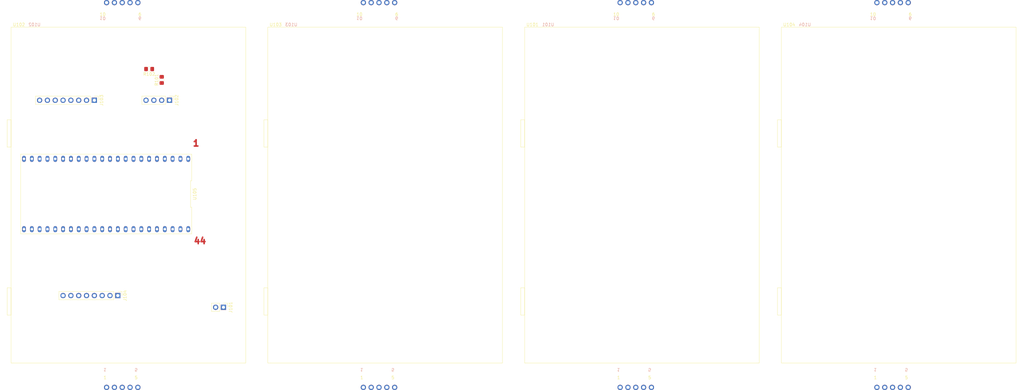
<source format=kicad_pcb>
(kicad_pcb (version 20211014) (generator pcbnew)
  (layers (0 "F.Cu" signal) (31 "B.Cu" signal) (34 "B.Paste" user) (35 "F.Paste" user) (36 "B.SilkS" user "B.Silkscreen") (37 "F.SilkS" user "F.Silkscreen") (38 "B.Mask" user) (39 "F.Mask" user) (44 "Edge.Cuts" user))
  (net 0 "")
  (net 1 "+3V3")
  (net 2 "GND")
  (net 3 "/I2C_SCL")
  (net 4 "/I2C_SDA")
  (net 5 "Net-(U105-Pad13)")
  (net 6 "Net-(U105-Pad14)")
  (net 7 "Net-(U105-Pad15)")
  (net 8 "Net-(U105-Pad16)")
  (net 9 "Net-(U105-Pad17)")
  (net 10 "Net-(U105-Pad18)")
  (net 11 "Net-(U105-Pad19)")
  (net 12 "Net-(U105-Pad20)")
  (net 13 "Net-(U105-Pad35)")
  (net 14 "Net-(U105-Pad34)")
  (net 15 "Net-(U105-Pad33)")
  (net 16 "Net-(U105-Pad32)")
  (net 17 "Net-(U105-Pad31)")
  (net 18 "Net-(U105-Pad30)")
  (net 19 "Net-(U105-Pad29)")
  (net 20 "Net-(U105-Pad28)")
  (net 21 "/COM0")
  (net 22 "Net-(U101-Pad2)")
  (net 23 "Net-(U101-Pad3)")
  (net 24 "Net-(U101-Pad4)")
  (net 25 "Net-(U101-Pad5)")
  (net 26 "Net-(U101-Pad6)")
  (net 27 "Net-(U101-Pad7)")
  (net 28 "Net-(U101-Pad8)")
  (net 29 "Net-(U101-Pad9)")
  (net 30 "/COM1")
  (net 31 "/COM2")
  (net 32 "/COM3")
  (footprint "BorgelLib2:OD-103" (layer "F.Cu") (at 71.56 34.29)
    (fp_text reference "U103" (at 5.08 7.16 unlocked) (layer "F.SilkS"))
    (fp_text value "OD-103")
    (fp_text user "10              6" (at 38.1 5.08 180 unlocked) (layer "B.SilkS") (effects (justify mirror)))
    (fp_text user "1            5" (at 38.1 119.38 180 unlocked) (layer "B.SilkS") (effects (justify mirror)))
    (fp_text user "${REFERENCE}" (at 10.16 7.16 unlocked) (layer "B.SilkS") (effects (justify mirror)))
    (fp_text user "10              6" (at 38.1 3.81 unlocked) (layer "F.SilkS"))
    (fp_text user "1            5" (at 38.1 121.92 unlocked) (layer "F.SilkS"))
    (fp_rect (start 2.54 38.1) (end 1.27 46.99) (layer "F.SilkS") (width 0.12) (fill none))
    (fp_rect (start 2.54 7.965) (end 78.74 117.185) (layer "F.SilkS") (width 0.12) (fill none))
    (fp_rect (start 2.54 92.71) (end 1.27 101.6) (layer "F.SilkS") (width 0.12) (fill none))
    (pad "1" thru_hole circle (at 33.56 125.1) (size 1.7 1.7) (drill 1) (layers *.Cu *.Mask) (net 31 "/COM2"))
    (pad "2" thru_hole circle (at 36.1 125.1) (size 1.7 1.7) (drill 1) (layers *.Cu *.Mask) (net 22 "Net-(U101-Pad2)"))
    (pad "3" thru_hole circle (at 38.64 125.1) (size 1.7 1.7) (drill 1) (layers *.Cu *.Mask) (net 23 "Net-(U101-Pad3)"))
    (pad "4" thru_hole circle (at 41.18 125.1) (size 1.7 1.7) (drill 1) (layers *.Cu *.Mask) (net 24 "Net-(U101-Pad4)"))
    (pad "5" thru_hole circle (at 43.72 125.1) (size 1.7 1.7) (drill 1) (layers *.Cu *.Mask) (net 25 "Net-(U101-Pad5)"))
    (pad "6" thru_hole circle (at 43.72 0) (size 1.7 1.7) (drill 1) (layers *.Cu *.Mask) (net 26 "Net-(U101-Pad6)"))
    (pad "7" thru_hole circle (at 41.18 0) (size 1.7 1.7) (drill 1) (layers *.Cu *.Mask) (net 27 "Net-(U101-Pad7)"))
    (pad "8" thru_hole circle (at 38.64 0) (size 1.7 1.7) (drill 1) (layers *.Cu *.Mask) (net 28 "Net-(U101-Pad8)"))
    (pad "9" thru_hole circle (at 36.1 0) (size 1.7 1.7) (drill 1) (layers *.Cu *.Mask) (net 29 "Net-(U101-Pad9)"))
    (pad "10" thru_hole circle (at 33.56 0) (size 1.7 1.7) (drill 1) (layers *.Cu *.Mask) (net 31 "/COM2"))
  )
  (footprint "BorgelLib2:CY8CKIT-049-42XX" (layer "F.Cu") (at 21.59 96.52 180)
    (fp_text reference "U105" (at -28.77 0 90) (layer "F.SilkS"))
    (fp_text value "CY8CKIT-049-4XXX")
    (fp_line (start -27.77 12.929999) (end 27.77 12.93) (layer "F.SilkS") (width 0.12))
    (fp_line (start -27.77 -12.93) (end -27.77 -4.31) (layer "F.SilkS") (width 0.12))
    (fp_line (start -27.77 4.309999) (end -27.77 12.929999) (layer "F.SilkS") (width 0.12))
    (fp_line (start -27.41 -4.31) (end -27.41 4.309999) (layer "F.SilkS") (width 0.12))
    (fp_line (start -27.41 4.309999) (end -27.77 4.309999) (layer "F.SilkS") (width 0.12))
    (fp_line (start 27.77 12.93) (end 27.77 -12.929999) (layer "F.SilkS") (width 0.12))
    (fp_line (start 27.77 -12.929999) (end -27.77 -12.93) (layer "F.SilkS") (width 0.12))
    (fp_line (start -27.77 -4.31) (end -27.41 -4.31) (layer "F.SilkS") (width 0.12))
    (pad "1" thru_hole oval (at -26.67 11.43 180) (size 1.2 2) (drill 0.8) (layers *.Cu *.Mask))
    (pad "2" thru_hole oval (at -24.13 11.43 180) (size 1.2 2) (drill 0.8) (layers *.Cu *.Mask))
    (pad "3" thru_hole oval (at -21.59 11.43 180) (size 1.2 2) (drill 0.8) (layers *.Cu *.Mask))
    (pad "4" thru_hole oval (at -19.05 11.43 180) (size 1.2 2) (drill 0.8) (layers *.Cu *.Mask))
    (pad "5" thru_hole oval (at -16.51 11.43 180) (size 1.2 2) (drill 0.8) (layers *.Cu *.Mask) (net 21 "/COM0"))
    (pad "6" thru_hole oval (at -13.97 11.43 180) (size 1.2 2) (drill 0.8) (layers *.Cu *.Mask) (net 30 "/COM1"))
    (pad "7" thru_hole oval (at -11.43 11.43 180) (size 1.2 2) (drill 0.8) (layers *.Cu *.Mask) (net 31 "/COM2"))
    (pad "8" thru_hole oval (at -8.89 11.43 180) (size 1.2 2) (drill 0.8) (layers *.Cu *.Mask) (net 32 "/COM3"))
    (pad "9" thru_hole oval (at -6.35 11.43 180) (size 1.2 2) (drill 0.8) (layers *.Cu *.Mask) (net 3 "/I2C_SCL"))
    (pad "10" thru_hole oval (at -3.81 11.43 180) (size 1.2 2) (drill 0.8) (layers *.Cu *.Mask) (net 4 "/I2C_SDA"))
    (pad "11" thru_hole oval (at -1.27 11.43 180) (size 1.2 2) (drill 0.8) (layers *.Cu *.Mask))
    (pad "12" thru_hole oval (at 1.27 11.43 180) (size 1.2 2) (drill 0.8) (layers *.Cu *.Mask))
    (pad "13" thru_hole oval (at 3.81 11.43 180) (size 1.2 2) (drill 0.8) (layers *.Cu *.Mask) (net 5 "Net-(U105-Pad13)"))
    (pad "14" thru_hole oval (at 6.35 11.43 180) (size 1.2 2) (drill 0.8) (layers *.Cu *.Mask) (net 6 "Net-(U105-Pad14)"))
    (pad "15" thru_hole oval (at 8.89 11.43 180) (size 1.2 2) (drill 0.8) (layers *.Cu *.Mask) (net 7 "Net-(U105-Pad15)"))
    (pad "16" thru_hole oval (at 11.43 11.43 180) (size 1.2 2) (drill 0.8) (layers *.Cu *.Mask) (net 8 "Net-(U105-Pad16)"))
    (pad "17" thru_hole oval (at 13.97 11.43 180) (size 1.2 2) (drill 0.8) (layers *.Cu *.Mask) (net 9 "Net-(U105-Pad17)"))
    (pad "18" thru_hole oval (at 16.51 11.43 180) (size 1.2 2) (drill 0.8) (layers *.Cu *.Mask) (net 10 "Net-(U105-Pad18)"))
    (pad "19" thru_hole oval (at 19.05 11.43 180) (size 1.2 2) (drill 0.8) (layers *.Cu *.Mask) (net 11 "Net-(U105-Pad19)"))
    (pad "20" thru_hole oval (at 21.59 11.43 180) (size 1.2 2) (drill 0.8) (layers *.Cu *.Mask) (net 12 "Net-(U105-Pad20)"))
    (pad "21" thru_hole oval (at 24.13 11.43 180) (size 1.2 2) (drill 0.8) (layers *.Cu *.Mask) (net 2 "GND"))
    (pad "22" thru_hole oval (at 26.67 11.43 180) (size 1.2 2) (drill 0.8) (layers *.Cu *.Mask) (net 1 "+3V3"))
    (pad "23" thru_hole oval (at 26.67 -11.43 180) (size 1.2 2) (drill 0.8) (layers *.Cu *.Mask) (net 1 "+3V3"))
    (pad "24" thru_hole oval (at 24.13 -11.43 180) (size 1.2 2) (drill 0.8) (layers *.Cu *.Mask) (net 2 "GND"))
    (pad "25" thru_hole oval (at 21.59 -11.43 180) (size 1.2 2) (drill 0.8) (layers *.Cu *.Mask))
    (pad "26" thru_hole oval (at 19.05 -11.43 180) (size 1.2 2) (drill 0.8) (layers *.Cu *.Mask))
    (pad "27" thru_hole oval (at 16.51 -11.43 180) (size 1.2 2) (drill 0.8) (layers *.Cu *.Mask))
    (pad "28" thru_hole oval (at 13.97 -11.43 180) (size 1.2 2) (drill 0.8) (layers *.Cu *.Mask) (net 20 "Net-(U105-Pad28)"))
    (pad "29" thru_hole oval (at 11.43 -11.43 180) (size 1.2 2) (drill 0.8) (layers *.Cu *.Mask) (net 19 "Net-(U105-Pad29)"))
    (pad "30" thru_hole oval (at 8.89 -11.43 180) (size 1.2 2) (drill 0.8) (layers *.Cu *.Mask) (net 18 "Net-(U105-Pad30)"))
    (pad "31" thru_hole oval (at 6.35 -11.43 180) (size 1.2 2) (drill 0.8) (layers *.Cu *.Mask) (net 17 "Net-(U105-Pad31)"))
    (pad "32" thru_hole oval (at 3.81 -11.43 180) (size 1.2 2) (drill 0.8) (layers *.Cu *.Mask) (net 16 "Net-(U105-Pad32)"))
    (pad "33" thru_hole oval (at 1.27 -11.43 180) (size 1.2 2) (drill 0.8) (layers *.Cu *.Mask) (net 15 "Net-(U105-Pad33)"))
    (pad "34" thru_hole oval (at -1.27 -11.43 180) (size 1.2 2) (drill 0.8) (layers *.Cu *.Mask) (net 14 "Net-(U105-Pad34)"))
    (pad "35" thru_hole oval (at -3.81 -11.43 180) (size 1.2 2) (drill 0.8) (layers *.Cu *.Mask) (net 13 "Net-(U105-Pad35)"))
    (pad "36" thru_hole oval (at -6.35 -11.43 180) (size 1.2 2) (drill 0.8) (layers *.Cu *.Mask) (net 25 "Net-(U101-Pad5)"))
    (pad "37" thru_hole oval (at -8.89 -11.43 180) (size 1.2 2) (drill 0.8) (layers *.Cu *.Mask) (net 26 "Net-(U101-Pad6)"))
    (pad "38" thru_hole oval (at -11.43 -11.43 180) (size 1.2 2) (drill 0.8) (layers *.Cu *.Mask) (net 29 "Net-(U101-Pad9)"))
    (pad "39" thru_hole oval (at -13.97 -11.43 180) (size 1.2 2) (drill 0.8) (layers *.Cu *.Mask) (net 22 "Net-(U101-Pad2)"))
    (pad "40" thru_hole oval (at -16.51 -11.43 180) (size 1.2 2) (drill 0.8) (layers *.Cu *.Mask) (net 23 "Net-(U101-Pad3)"))
    (pad "41" thru_hole oval (at -19.05 -11.43 180) (size 1.2 2) (drill 0.8) (layers *.Cu *.Mask) (net 24 "Net-(U101-Pad4)"))
    (pad "42" thru_hole oval (at -21.59 -11.43 180) (size 1.2 2) (drill 0.8) (layers *.Cu *.Mask) (net 27 "Net-(U101-Pad7)"))
    (pad "43" thru_hole oval (at -24.13 -11.43 180) (size 1.2 2) (drill 0.8) (layers *.Cu *.Mask) (net 28 "Net-(U101-Pad8)"))
    (pad "44" thru_hole oval (at -26.67 -11.43 180) (size 1.2 2) (drill 0.8) (layers *.Cu *.Mask) (net 2 "GND"))
  )
  (footprint "Resistor_SMD:R_0805_2012Metric_Pad1.20x1.40mm_HandSolder" (layer "F.Cu") (at 39.64 59.42 90)
    (fp_text reference "R101" (at 0 -1.65 90) (layer "F.SilkS"))
    (fp_text value "4.7k")
    (fp_line (start -0.227064 0.735) (end 0.227064 0.735) (layer "F.SilkS") (width 0.12))
    (fp_line (start -0.227064 -0.735) (end 0.227064 -0.735) (layer "F.SilkS") (width 0.12))
    (pad "1" smd roundrect locked (at -1 0 90) (size 1.2 1.4) (layers "F.Cu" "F.Paste" "F.Mask") (roundrect_rratio 0.208333) (net 3 "/I2C_SCL"))
    (pad "2" smd roundrect locked (at 1 0 90) (size 1.2 1.4) (layers "F.Cu" "F.Paste" "F.Mask") (roundrect_rratio 0.208333) (net 1 "+3V3"))
  )
  (footprint "Connector_PinHeader_2.54mm:PinHeader_1x04_P2.54mm_Vertical" (layer "F.Cu") (at 42.17 66.04 -90)
    (fp_text reference "J102" (at 0 -2.33 90) (layer "F.SilkS"))
    (fp_text value "Conn_01x04")
    (fp_line (start -1.33 0) (end -1.33 -1.33) (layer "F.SilkS") (width 0.12))
    (fp_line (start -1.33 1.27) (end -1.33 8.95) (layer "F.SilkS") (width 0.12))
    (fp_line (start -1.33 1.27) (end 1.33 1.27) (layer "F.SilkS") (width 0.12))
    (fp_line (start -1.33 -1.33) (end 0 -1.33) (layer "F.SilkS") (width 0.12))
    (fp_line (start 1.33 1.27) (end 1.33 8.95) (layer "F.SilkS") (width 0.12))
    (fp_line (start -1.33 8.95) (end 1.33 8.95) (layer "F.SilkS") (width 0.12))
    (pad "1" thru_hole rect locked (at 0 0 270) (size 1.7 1.7) (drill 1) (layers *.Cu *.Mask) (net 1 "+3V3"))
    (pad "2" thru_hole oval locked (at 0 2.54 270) (size 1.7 1.7) (drill 1) (layers *.Cu *.Mask) (net 3 "/I2C_SCL"))
    (pad "3" thru_hole oval locked (at 0 5.08 270) (size 1.7 1.7) (drill 1) (layers *.Cu *.Mask) (net 4 "/I2C_SDA"))
    (pad "4" thru_hole oval locked (at 0 7.62 270) (size 1.7 1.7) (drill 1) (layers *.Cu *.Mask) (net 2 "GND"))
  )
  (footprint "Connector_PinHeader_2.54mm:PinHeader_1x08_P2.54mm_Vertical" (layer "F.Cu") (at 25.385 129.54 -90)
    (fp_text reference "J104" (at 0 -2.33 90) (layer "F.SilkS"))
    (fp_text value "Conn_01x08")
    (fp_line (start -1.33 1.27) (end 1.33 1.27) (layer "F.SilkS") (width 0.12))
    (fp_line (start -1.33 -1.33) (end 0 -1.33) (layer "F.SilkS") (width 0.12))
    (fp_line (start -1.33 19.11) (end 1.33 19.11) (layer "F.SilkS") (width 0.12))
    (fp_line (start 1.33 1.27) (end 1.33 19.11) (layer "F.SilkS") (width 0.12))
    (fp_line (start -1.33 1.27) (end -1.33 19.11) (layer "F.SilkS") (width 0.12))
    (fp_line (start -1.33 0) (end -1.33 -1.33) (layer "F.SilkS") (width 0.12))
    (pad "1" thru_hole rect locked (at 0 0 270) (size 1.7 1.7) (drill 1) (layers *.Cu *.Mask) (net 13 "Net-(U105-Pad35)"))
    (pad "2" thru_hole oval locked (at 0 2.54 270) (size 1.7 1.7) (drill 1) (layers *.Cu *.Mask) (net 14 "Net-(U105-Pad34)"))
    (pad "3" thru_hole oval locked (at 0 5.08 270) (size 1.7 1.7) (drill 1) (layers *.Cu *.Mask) (net 15 "Net-(U105-Pad33)"))
    (pad "4" thru_hole oval locked (at 0 7.62 270) (size 1.7 1.7) (drill 1) (layers *.Cu *.Mask) (net 16 "Net-(U105-Pad32)"))
    (pad "5" thru_hole oval locked (at 0 10.16 270) (size 1.7 1.7) (drill 1) (layers *.Cu *.Mask) (net 17 "Net-(U105-Pad31)"))
    (pad "6" thru_hole oval locked (at 0 12.7 270) (size 1.7 1.7) (drill 1) (layers *.Cu *.Mask) (net 18 "Net-(U105-Pad30)"))
    (pad "7" thru_hole oval locked (at 0 15.24 270) (size 1.7 1.7) (drill 1) (layers *.Cu *.Mask) (net 19 "Net-(U105-Pad29)"))
    (pad "8" thru_hole oval locked (at 0 17.78 270) (size 1.7 1.7) (drill 1) (layers *.Cu *.Mask) (net 20 "Net-(U105-Pad28)"))
  )
  (footprint "BorgelLib2:OD-103" (layer "F.Cu") (at 238.32 34.29)
    (fp_text reference "U104" (at 5.08 7.16 unlocked) (layer "F.SilkS"))
    (fp_text value "OD-103")
    (fp_text user "10              6" (at 38.1 5.08 180 unlocked) (layer "B.SilkS") (effects (justify mirror)))
    (fp_text user "1            5" (at 38.1 119.38 180 unlocked) (layer "B.SilkS") (effects (justify mirror)))
    (fp_text user "${REFERENCE}" (at 10.16 7.16 unlocked) (layer "B.SilkS") (effects (justify mirror)))
    (fp_text user "1            5" (at 38.1 121.92 unlocked) (layer "F.SilkS"))
    (fp_text user "10              6" (at 38.1 3.81 unlocked) (layer "F.SilkS"))
    (fp_rect (start 2.54 38.1) (end 1.27 46.99) (layer "F.SilkS") (width 0.12) (fill none))
    (fp_rect (start 2.54 7.965) (end 78.74 117.185) (layer "F.SilkS") (width 0.12) (fill none))
    (fp_rect (start 2.54 92.71) (end 1.27 101.6) (layer "F.SilkS") (width 0.12) (fill none))
    (pad "1" thru_hole circle (at 33.56 125.1) (size 1.7 1.7) (drill 1) (layers *.Cu *.Mask) (net 32 "/COM3"))
    (pad "2" thru_hole circle (at 36.1 125.1) (size 1.7 1.7) (drill 1) (layers *.Cu *.Mask) (net 22 "Net-(U101-Pad2)"))
    (pad "3" thru_hole circle (at 38.64 125.1) (size 1.7 1.7) (drill 1) (layers *.Cu *.Mask) (net 23 "Net-(U101-Pad3)"))
    (pad "4" thru_hole circle (at 41.18 125.1) (size 1.7 1.7) (drill 1) (layers *.Cu *.Mask) (net 24 "Net-(U101-Pad4)"))
    (pad "5" thru_hole circle (at 43.72 125.1) (size 1.7 1.7) (drill 1) (layers *.Cu *.Mask) (net 25 "Net-(U101-Pad5)"))
    (pad "6" thru_hole circle (at 43.72 0) (size 1.7 1.7) (drill 1) (layers *.Cu *.Mask) (net 26 "Net-(U101-Pad6)"))
    (pad "7" thru_hole circle (at 41.18 0) (size 1.7 1.7) (drill 1) (layers *.Cu *.Mask) (net 27 "Net-(U101-Pad7)"))
    (pad "8" thru_hole circle (at 38.64 0) (size 1.7 1.7) (drill 1) (layers *.Cu *.Mask) (net 28 "Net-(U101-Pad8)"))
    (pad "9" thru_hole circle (at 36.1 0) (size 1.7 1.7) (drill 1) (layers *.Cu *.Mask) (net 29 "Net-(U101-Pad9)"))
    (pad "10" thru_hole circle (at 33.56 0) (size 1.7 1.7) (drill 1) (layers *.Cu *.Mask) (net 32 "/COM3"))
  )
  (footprint "Resistor_SMD:R_0805_2012Metric_Pad1.20x1.40mm_HandSolder" (layer "F.Cu") (at 35.56 55.88 180)
    (fp_text reference "R102" (at 0 -1.65) (layer "F.SilkS"))
    (fp_text value "4.7k")
    (fp_line (start -0.227064 -0.735) (end 0.227064 -0.735) (layer "F.SilkS") (width 0.12))
    (fp_line (start -0.227064 0.735) (end 0.227064 0.735) (layer "F.SilkS") (width 0.12))
    (pad "1" smd roundrect locked (at -1 0 180) (size 1.2 1.4) (layers "F.Cu" "F.Paste" "F.Mask") (roundrect_rratio 0.208333) (net 1 "+3V3"))
    (pad "2" smd roundrect locked (at 1 0 180) (size 1.2 1.4) (layers "F.Cu" "F.Paste" "F.Mask") (roundrect_rratio 0.208333) (net 4 "/I2C_SDA"))
  )
  (footprint "BorgelLib2:OD-103" (layer "F.Cu") (at 154.94 34.29)
    (fp_text reference "U101" (at 5.08 7.16 unlocked) (layer "F.SilkS"))
    (fp_text value "OD-103")
    (fp_text user "10              6" (at 38.1 5.08 180 unlocked) (layer "B.SilkS") (effects (justify mirror)))
    (fp_text user "${REFERENCE}" (at 10.16 7.16 unlocked) (layer "B.SilkS") (effects (justify mirror)))
    (fp_text user "1            5" (at 38.1 119.38 180 unlocked) (layer "B.SilkS") (effects (justify mirror)))
    (fp_text user "10              6" (at 38.1 3.81 unlocked) (layer "F.SilkS"))
    (fp_text user "1            5" (at 38.1 121.92 unlocked) (layer "F.SilkS"))
    (fp_rect (start 2.54 38.1) (end 1.27 46.99) (layer "F.SilkS") (width 0.12) (fill none))
    (fp_rect (start 2.54 92.71) (end 1.27 101.6) (layer "F.SilkS") (width 0.12) (fill none))
    (fp_rect (start 2.54 7.965) (end 78.74 117.185) (layer "F.SilkS") (width 0.12) (fill none))
    (pad "1" thru_hole circle (at 33.56 125.1) (size 1.7 1.7) (drill 1) (layers *.Cu *.Mask) (net 21 "/COM0"))
    (pad "2" thru_hole circle (at 36.1 125.1) (size 1.7 1.7) (drill 1) (layers *.Cu *.Mask) (net 22 "Net-(U101-Pad2)"))
    (pad "3" thru_hole circle (at 38.64 125.1) (size 1.7 1.7) (drill 1) (layers *.Cu *.Mask) (net 23 "Net-(U101-Pad3)"))
    (pad "4" thru_hole circle (at 41.18 125.1) (size 1.7 1.7) (drill 1) (layers *.Cu *.Mask) (net 24 "Net-(U101-Pad4)"))
    (pad "5" thru_hole circle (at 43.72 125.1) (size 1.7 1.7) (drill 1) (layers *.Cu *.Mask) (net 25 "Net-(U101-Pad5)"))
    (pad "6" thru_hole circle (at 43.72 0) (size 1.7 1.7) (drill 1) (layers *.Cu *.Mask) (net 26 "Net-(U101-Pad6)"))
    (pad "7" thru_hole circle (at 41.18 0) (size 1.7 1.7) (drill 1) (layers *.Cu *.Mask) (net 27 "Net-(U101-Pad7)"))
    (pad "8" thru_hole circle (at 38.64 0) (size 1.7 1.7) (drill 1) (layers *.Cu *.Mask) (net 28 "Net-(U101-Pad8)"))
    (pad "9" thru_hole circle (at 36.1 0) (size 1.7 1.7) (drill 1) (layers *.Cu *.Mask) (net 29 "Net-(U101-Pad9)"))
    (pad "10" thru_hole circle (at 33.56 0) (size 1.7 1.7) (drill 1) (layers *.Cu *.Mask) (net 21 "/COM0"))
  )
  (footprint "Connector_PinHeader_2.54mm:PinHeader_1x02_P2.54mm_Vertical" (layer "F.Cu") (at 59.69 133.35 -90)
    (fp_text reference "J101" (at 0 -2.33 90) (layer "F.SilkS"))
    (fp_text value "Conn_01x02")
    (fp_line (start -1.33 1.27) (end -1.33 3.87) (layer "F.SilkS") (width 0.12))
    (fp_line (start -1.33 3.87) (end 1.33 3.87) (layer "F.SilkS") (width 0.12))
    (fp_line (start -1.33 0) (end -1.33 -1.33) (layer "F.SilkS") (width 0.12))
    (fp_line (start -1.33 1.27) (end 1.33 1.27) (layer "F.SilkS") (width 0.12))
    (fp_line (start -1.33 -1.33) (end 0 -1.33) (layer "F.SilkS") (width 0.12))
    (fp_line (start 1.33 1.27) (end 1.33 3.87) (layer "F.SilkS") (width 0.12))
    (pad "1" thru_hole rect locked (at 0 0 270) (size 1.7 1.7) (drill 1) (layers *.Cu *.Mask) (net 1 "+3V3"))
    (pad "2" thru_hole oval locked (at 0 2.54 270) (size 1.7 1.7) (drill 1) (layers *.Cu *.Mask) (net 2 "GND"))
  )
  (footprint "Connector_PinHeader_2.54mm:PinHeader_1x08_P2.54mm_Vertical" (layer "F.Cu") (at 17.765 66.04 -90)
    (fp_text reference "J103" (at 0 -2.33 90) (layer "F.SilkS"))
    (fp_text value "Conn_01x08")
    (fp_line (start -1.33 19.11) (end 1.33 19.11) (layer "F.SilkS") (width 0.12))
    (fp_line (start -1.33 1.27) (end -1.33 19.11) (layer "F.SilkS") (width 0.12))
    (fp_line (start -1.33 0) (end -1.33 -1.33) (layer "F.SilkS") (width 0.12))
    (fp_line (start -1.33 -1.33) (end 0 -1.33) (layer "F.SilkS") (width 0.12))
    (fp_line (start -1.33 1.27) (end 1.33 1.27) (layer "F.SilkS") (width 0.12))
    (fp_line (start 1.33 1.27) (end 1.33 19.11) (layer "F.SilkS") (width 0.12))
    (pad "1" thru_hole rect locked (at 0 0 270) (size 1.7 1.7) (drill 1) (layers *.Cu *.Mask) (net 5 "Net-(U105-Pad13)"))
    (pad "2" thru_hole oval locked (at 0 2.54 270) (size 1.7 1.7) (drill 1) (layers *.Cu *.Mask) (net 6 "Net-(U105-Pad14)"))
    (pad "3" thru_hole oval locked (at 0 5.08 270) (size 1.7 1.7) (drill 1) (layers *.Cu *.Mask) (net 7 "Net-(U105-Pad15)"))
    (pad "4" thru_hole oval locked (at 0 7.62 270) (size 1.7 1.7) (drill 1) (layers *.Cu *.Mask) (net 8 "Net-(U105-Pad16)"))
    (pad "5" thru_hole oval locked (at 0 10.16 270) (size 1.7 1.7) (drill 1) (layers *.Cu *.Mask) (net 9 "Net-(U105-Pad17)"))
    (pad "6" thru_hole oval locked (at 0 12.7 270) (size 1.7 1.7) (drill 1) (layers *.Cu *.Mask) (net 10 "Net-(U105-Pad18)"))
    (pad "7" thru_hole oval locked (at 0 15.24 270) (size 1.7 1.7) (drill 1) (layers *.Cu *.Mask) (net 11 "Net-(U105-Pad19)"))
    (pad "8" thru_hole oval locked (at 0 17.78 270) (size 1.7 1.7) (drill 1) (layers *.Cu *.Mask) (net 12 "Net-(U105-Pad20)"))
  )
  (footprint "BorgelLib2:OD-103" (layer "F.Cu") (at -11.82 34.29)
    (fp_text reference "U102" (at 5.08 7.16 unlocked) (layer "F.SilkS"))
    (fp_text value "OD-103")
    (fp_text user "${REFERENCE}" (at 10.16 7.16 unlocked) (layer "B.SilkS") (effects (justify mirror)))
    (fp_text user "1            5" (at 38.1 119.38 180 unlocked) (layer "B.SilkS") (effects (justify mirror)))
    (fp_text user "10              6" (at 38.1 5.08 180 unlocked) (layer "B.SilkS") (effects (justify mirror)))
    (fp_text user "10              6" (at 38.1 3.81 unlocked) (layer "F.SilkS"))
    (fp_text user "1            5" (at 38.1 121.92 unlocked) (layer "F.SilkS"))
    (fp_rect (start 2.54 92.71) (end 1.27 101.6) (layer "F.SilkS") (width 0.12) (fill none))
    (fp_rect (start 2.54 38.1) (end 1.27 46.99) (layer "F.SilkS") (width 0.12) (fill none))
    (fp_rect (start 2.54 7.965) (end 78.74 117.185) (layer "F.SilkS") (width 0.12) (fill none))
    (pad "1" thru_hole circle (at 33.56 125.1) (size 1.7 1.7) (drill 1) (layers *.Cu *.Mask) (net 30 "/COM1"))
    (pad "2" thru_hole circle (at 36.1 125.1) (size 1.7 1.7) (drill 1) (layers *.Cu *.Mask) (net 22 "Net-(U101-Pad2)"))
    (pad "3" thru_hole circle (at 38.64 125.1) (size 1.7 1.7) (drill 1) (layers *.Cu *.Mask) (net 23 "Net-(U101-Pad3)"))
    (pad "4" thru_hole circle (at 41.18 125.1) (size 1.7 1.7) (drill 1) (layers *.Cu *.Mask) (net 24 "Net-(U101-Pad4)"))
    (pad "5" thru_hole circle (at 43.72 125.1) (size 1.7 1.7) (drill 1) (layers *.Cu *.Mask) (net 25 "Net-(U101-Pad5)"))
    (pad "6" thru_hole circle (at 43.72 0) (size 1.7 1.7) (drill 1) (layers *.Cu *.Mask) (net 26 "Net-(U101-Pad6)"))
    (pad "7" thru_hole circle (at 41.18 0) (size 1.7 1.7) (drill 1) (layers *.Cu *.Mask) (net 27 "Net-(U101-Pad7)"))
    (pad "8" thru_hole circle (at 38.64 0) (size 1.7 1.7) (drill 1) (layers *.Cu *.Mask) (net 28 "Net-(U101-Pad8)"))
    (pad "9" thru_hole circle (at 36.1 0) (size 1.7 1.7) (drill 1) (layers *.Cu *.Mask) (net 29 "Net-(U101-Pad9)"))
    (pad "10" thru_hole circle (at 33.56 0) (size 1.7 1.7) (drill 1) (layers *.Cu *.Mask) (net 30 "/COM1"))
  )
  (gr_text "44" (at 52.07 111.76) (layer "F.Cu") (effects (font (size 2 2) (thickness 0.5))))
  (gr_text "1" (at 50.8 80.01) (layer "F.Cu") (effects (font (size 2 2) (thickness 0.5))))
)
</source>
